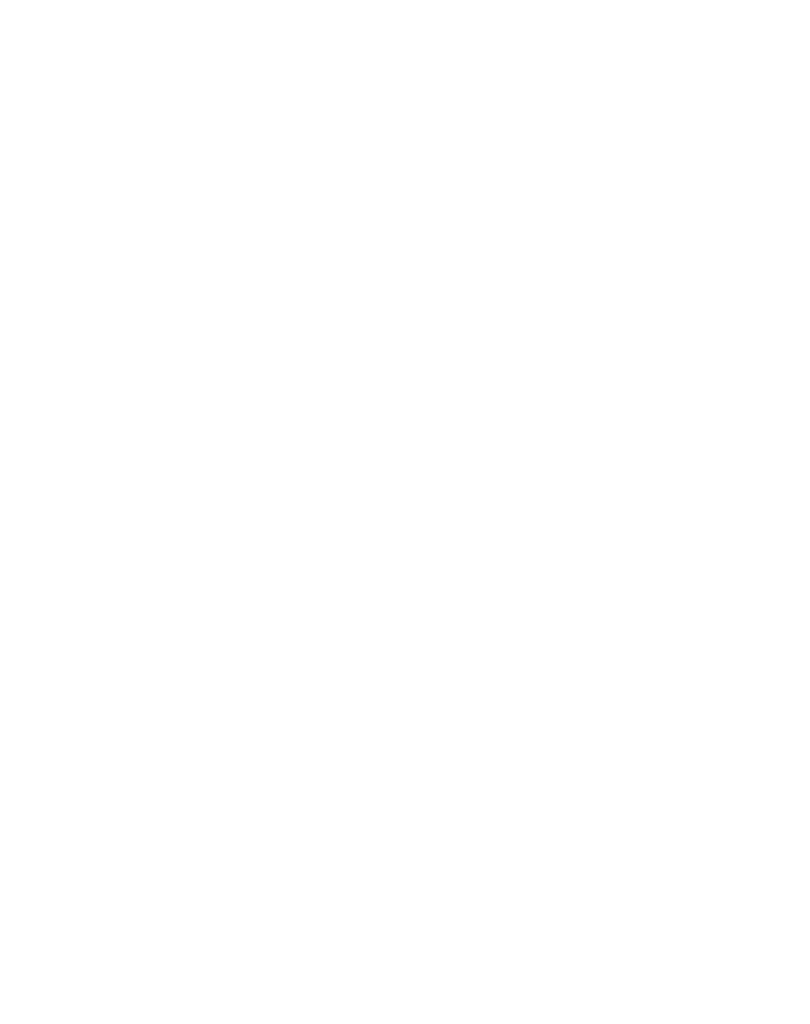
<source format=gbr>
G04 Created by GerbView*
%FSLAX35Y35*%
%MOMM*%
G75*
%ADD10C,0.0254*%
%ADD11C,0.1245*%
%LNEXPORT*%
D02*
D10*
D11*
X16250000Y15200000D03*
D10*
D11*
X16081250Y15281250D03*
D10*
D11*
X7993360Y22962110D03*
D10*
D11*
X8056650Y22962110D03*
D10*
D11*
X13513990Y8081310D03*
D10*
D11*
X13582020Y8013280D03*
D10*
D11*
X8138750Y23481250D03*
D10*
D11*
X15681250Y9181250D03*
D10*
D11*
X499490Y11799490D03*
D10*
D11*
X567800Y11731180D03*
D10*
D11*
X161000Y7951000D03*
D10*
D11*
X169000Y7741000D03*
D10*
D11*
X11487500Y30818750D03*
D10*
D11*
X11493750Y30531250D03*
D10*
D11*
X11493750Y30637500D03*
D10*
D11*
X11975000Y30093750D03*
D10*
D11*
X12087500Y30093750D03*
D10*
D11*
X12156250Y30093750D03*
D10*
D11*
X12275000Y30093750D03*
D10*
D11*
X12756250Y30518750D03*
D10*
D11*
X12756250Y30825000D03*
D10*
D11*
X12762500Y30637500D03*
D10*
D11*
X13462500Y8068750D03*
D10*
D11*
X13562500Y7968750D03*
D10*
D11*
X14025000Y8293750D03*
D10*
D11*
X14025000Y8425000D03*
D10*
D11*
X14025000Y8475000D03*
D10*
D11*
X14025000Y8606250D03*
D10*
D11*
X14493750Y9025000D03*
D10*
D11*
X14612500Y9031250D03*
D10*
D11*
X14681250Y9031250D03*
D10*
D11*
X14793750Y9037500D03*
D10*
D11*
X15218750Y8462500D03*
D10*
D11*
X15218750Y8618750D03*
D10*
D11*
X15275000Y8425000D03*
D10*
D11*
X15281250Y8300000D03*
D10*
D11*
X18837500Y9025000D03*
D10*
D11*
X18962500Y9031250D03*
D10*
D11*
X19037500Y9031250D03*
D10*
D11*
X19150000Y9031250D03*
D10*
D11*
X19612500Y8281250D03*
D10*
D11*
X19625000Y8612500D03*
D10*
D11*
X19631250Y8531250D03*
D10*
D11*
X316000Y6920000D03*
D10*
D11*
X507000Y6885000D03*
D10*
D11*
X655000Y6665000D03*
D10*
D11*
X657000Y6522000D03*
D10*
D11*
X7143750Y30637500D03*
D10*
D11*
X7143750Y30706250D03*
D10*
D11*
X7143750Y30818750D03*
D10*
D11*
X7150000Y30518750D03*
D10*
D11*
X7556250Y31137500D03*
D10*
D11*
X7612500Y30068750D03*
D10*
D11*
X7731250Y30056250D03*
D10*
D11*
X7750000Y31075000D03*
D10*
D11*
X7831250Y30068750D03*
D10*
D11*
X7900000Y30068750D03*
D10*
D11*
X7959000Y22923000D03*
D10*
D11*
X8098000Y22925000D03*
D10*
D11*
X8412500Y30537500D03*
D10*
D11*
X8412500Y30637500D03*
D10*
D11*
X8412500Y30712500D03*
D10*
D11*
X8412500Y30818750D03*
D10*
D11*
X699670Y6547490D03*
D10*
D11*
X862500Y7656250D03*
D10*
D11*
X699670Y6647490D03*
D10*
D11*
X862500Y7537500D03*
D10*
D11*
X156250Y7792500D03*
D10*
D11*
X156250Y7892500D03*
D10*
D11*
X356250Y6881250D03*
D10*
D11*
X455430Y6882070D03*
D10*
D11*
X11536470Y30733980D03*
D10*
D11*
X7897270Y30121250D03*
D10*
D11*
X8363530Y30616020D03*
D10*
D11*
X8363530Y30797270D03*
D10*
D11*
X15238530Y8391020D03*
D10*
D11*
X11536470Y30552730D03*
D10*
D11*
X15238530Y8572270D03*
D10*
D11*
X14708980Y8988530D03*
D10*
D11*
X14527730Y8988530D03*
D10*
D11*
X14061470Y8508980D03*
D10*
D11*
X14061470Y8327730D03*
D10*
D11*
X12066020Y30136470D03*
D10*
D11*
X12247270Y30136470D03*
D10*
D11*
X12713530Y30616020D03*
D10*
D11*
X12713530Y30797270D03*
D10*
D11*
X7186470Y30733980D03*
D10*
D11*
X7186470Y30552730D03*
D10*
D11*
X7716020Y30104370D03*
D10*
D11*
X11536470Y30797270D03*
D10*
D11*
X7833980Y30121250D03*
D10*
D11*
X8363530Y30552730D03*
D10*
D11*
X8363530Y30733980D03*
D10*
D11*
X15238530Y8327730D03*
D10*
D11*
X11536470Y30616020D03*
D10*
D11*
X15238530Y8508980D03*
D10*
D11*
X14772270Y8988530D03*
D10*
D11*
X14591020Y8988530D03*
D10*
D11*
X14061470Y8572270D03*
D10*
D11*
X14061470Y8391020D03*
D10*
D11*
X12002730Y30136470D03*
D10*
D11*
X12183980Y30136470D03*
D10*
D11*
X12713530Y30552730D03*
D10*
D11*
X12713530Y30733980D03*
D10*
D11*
X7186470Y30797270D03*
D10*
D11*
X7186470Y30616020D03*
D10*
D11*
X7652730Y30104370D03*
D10*
D11*
X1501920Y29133170D03*
D10*
D11*
X7730000Y31137500D03*
D10*
D11*
X1457160Y29088410D03*
D10*
D11*
X7630000Y31137500D03*
D10*
D11*
X19588530Y8391020D03*
D10*
D11*
X19588530Y8572270D03*
D10*
D11*
X19058980Y8988530D03*
D10*
D11*
X18877730Y8988530D03*
D10*
D11*
X19588530Y8327730D03*
D10*
D11*
X19588530Y8508980D03*
D10*
D11*
X19122270Y8988530D03*
D10*
D11*
X18941020Y8988530D03*
D10*
D02*
M02*

</source>
